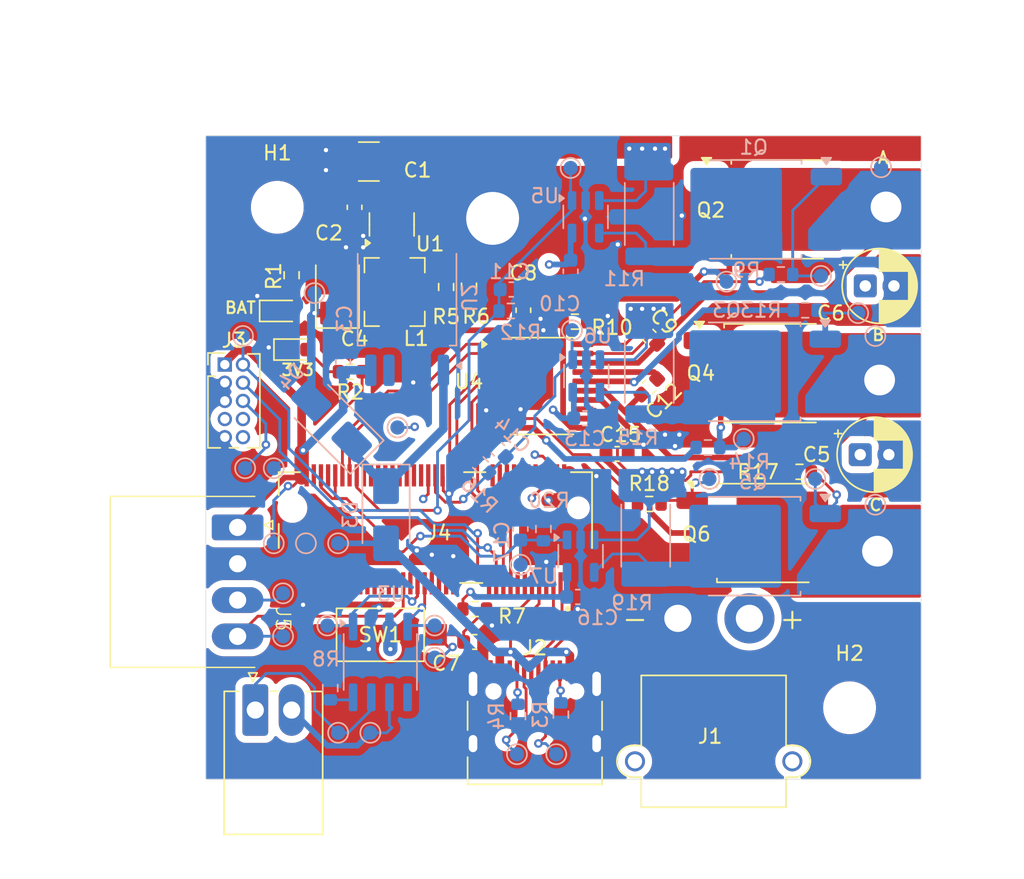
<source format=kicad_pcb>
(kicad_pcb (version 20241229) (generator "pcbnew") (generator_version "9.0")
  (layers (0 "F.Cu" signal) (4 "In1.Cu" signal) (6 "In2.Cu" signal) (2 "B.Cu" signal) (13 "F.Paste" user) (15 "B.Paste" user) (5 "F.SilkS" user "F.Silkscreen") (7 "B.SilkS" user "B.Silkscreen") (1 "F.Mask" user) (3 "B.Mask" user) (25 "Edge.Cuts" user))
  (net 0 "")
  (net 1 "/Logic/A.BOOTSTRAP")
  (net 2 "Net-(U1-CB)")
  (net 3 "Net-(U1-SW)")
  (net 4 "/Logic/A.SOURCE")
  (net 5 "/Logic/B.BOOTSTRAP")
  (net 6 "/Logic/B.SOURCE")
  (net 7 "GND")
  (net 8 "+BATT")
  (net 9 "Net-(Q1-G)")
  (net 10 "Net-(Q2-G)")
  (net 11 "/Logic/SWDIO")
  (net 12 "Net-(Q3-G)")
  (net 13 "Net-(D1-A)")
  (net 14 "/Logic/INLC")
  (net 15 "/Logic/~{BOOT}")
  (net 16 "Net-(D2-A)")
  (net 17 "Net-(D3-K)")
  (net 18 "Net-(J2-CC2)")
  (net 19 "Net-(J2-CC1)")
  (net 21 "/Logic/INHC")
  (net 22 "/Logic/INLA")
  (net 23 "/Logic/SWDCK")
  (net 26 "/Logic/INHB")
  (net 27 "/Logic/INLB")
  (net 29 "+3V3")
  (net 30 "/Logic/SWO")
  (net 31 "/Logic/INHA")
  (net 32 "/Logic/QUADB")
  (net 34 "/Logic/C.BOOTSTRAP")
  (net 47 "/Logic/C.SOURCE")
  (net 53 "/Logic/USB.VUSB")
  (net 70 "/Logic/~{RESET}")
  (net 71 "/Logic/USB.D+")
  (net 72 "/Logic/USB.D-")
  (net 73 "/Logic/CANL")
  (net 74 "/Logic/CANH")
  (net 75 "/Logic/SENSE3")
  (net 76 "/Logic/SENSE2")
  (net 79 "/Logic/QUADA")
  (net 80 "Net-(Q4-G)")
  (net 81 "Net-(Q5-G)")
  (net 82 "Net-(Q5-D)")
  (net 84 "Net-(U3-Rs)")
  (net 85 "/Logic/CAN_TX")
  (net 86 "/Logic/CAN_RX")
  (net 87 "Net-(Q6-G)")
  (net 88 "/Logic/A.GATEH")
  (net 89 "/Logic/A.GATEL")
  (net 90 "/Logic/B.GATEH")
  (net 91 "/Logic/B.GATEL")
  (net 92 "/Logic/C.GATEH")
  (net 93 "Net-(U1-FB)")
  (net 94 "/Logic/C.GATEL")
  (net 95 "+12V")
  (net 96 "Net-(Q1-D)")
  (net 97 "Net-(Q3-D)")
  (net 98 "/Logic/SENSE1")
  (footprint "Package_TO_SOT_SMD:TO-252-2" (layer "F.Cu") (at 184.04 96.78)
    (property "Reference" "Q6")
    (property "Value" "Q_NMOS_GDS")
  )
  (footprint "Resistor_SMD:R_0603_1608Metric" (layer "F.Cu") (at 161.8 79.575 -90)
    (property "Reference" "R5")
    (property "Value" "56k")
  )
  (footprint "Package_TO_SOT_SMD:SOT-23-6" (layer "F.Cu") (at 158 75.2 90)
    (property "Reference" "U1")
    (property "Value" "LMR51610YDBVR")
  )
  (footprint "LED_SMD:LED_0603_1608Metric" (layer "F.Cu") (at 151.25 83.95)
    (property "Reference" "D2" (hide yes))
    (property "Value" "RED")
  )
  (footprint "Resistor_SMD:R_0603_1608Metric" (layer "F.Cu") (at 170.8 82)
    (property "Reference" "R10")
    (property "Value" "10")
  )
  (footprint "Button_Switch_SMD:SW_SPST_CK_RS282G05A3" (layer "F.Cu") (at 157.2 103.9)
    (property "Reference" "SW1")
    (property "Value" "SW_Push")
  )
  (footprint "Resistor_SMD:R_0603_1608Metric" (layer "F.Cu") (at 163.8 102.1 180)
    (property "Reference" "R7")
    (property "Value" "10k")
  )
  (footprint "Connector_AMASS:AMASS_XT30PW-M_1x02_P2.50mm_Horizontal" (layer "F.Cu") (at 178 102.75 180)
    (property "Reference" "J1")
    (property "Value" "XT-30")
  )
  (footprint "LED_SMD:LED_0603_1608Metric" (layer "F.Cu") (at 150.25 81.25)
    (property "Reference" "D1" (hide yes))
    (property "Value" "BLUE")
  )
  (footprint "Capacitor_THT:CP_Radial_D5.0mm_P2.00mm" (layer "F.Cu") (at 190.744888 91.3)
    (property "Reference" "C5")
    (property "Value" "22uF")
  )
  (footprint "Capacitor_SMD:C_1210_3225Metric" (layer "F.Cu") (at 156.4 70.8)
    (property "Reference" "C1")
    (property "Value" "4.7uF")
  )
  (footprint "Resistor_SMD:R_0603_1608Metric" (layer "F.Cu") (at 151 78.75 -90)
    (property "Reference" "R1")
    (property "Value" "1.8k")
  )
  (footprint "Capacitor_SMD:C_0603_1608Metric" (layer "F.Cu") (at 176 83 -45)
    (property "Reference" "C9")
    (property "Value" "100nF")
  )
  (footprint "Capacitor_SMD:C_0603_1608Metric" (layer "F.Cu") (at 163.8 104.4)
    (property "Reference" "C7")
    (property "Value" "C")
  )
  (footprint "Capacitor_SMD:C_0603_1608Metric" (layer "F.Cu") (at 173.75 91.25 180)
    (property "Reference" "C15")
    (property "Value" "100nF")
  )
  (footprint "Resistor_SMD:R_0603_1608Metric" (layer "F.Cu") (at 155.1 85.5 180)
    (property "Reference" "R2")
    (property "Value" "68")
  )
  (footprint "Connector_Wire:SolderWire-1.5sqmm_1x01_D1.7mm_OD3.9mm" (layer "F.Cu") (at 192.1 86.08)
    (property "Reference" "J8" (hide yes))
    (property "Value" "MOTOR A")
  )
  (footprint "SJSU_common:micromod" (layer "F.Cu") (at 161.05 86.775)
    (property "Reference" "J4")
    (property "Value" "MicroMod" (hide yes))
  )
  (footprint "Package_TO_SOT_SMD:TO-252-2" (layer "F.Cu") (at 185.04 74.145)
    (property "Reference" "Q2")
    (property "Value" "Q_NMOS_GDS")
  )
  (footprint "Resistor_SMD:R_0603_1608Metric" (layer "F.Cu") (at 176 94.75)
    (property "Reference" "R18")
    (property "Value" "10")
  )
  (footprint "MountingHole:MountingHole_3.2mm_M3_DIN965" (layer "F.Cu") (at 150 74)
    (property "Reference" "H1")
    (property "Value" "MountingHole")
  )
  (footprint "Capacitor_SMD:C_0603_1608Metric" (layer "F.Cu") (at 155.4 74 -90)
    (property "Reference" "C2")
    (property "Value" "0.1uF")
  )
  (footprint "Connector_PinHeader_1.27mm:PinHeader_2x05_P1.27mm_Vertical" (layer "F.Cu") (at 146.33 85)
    (property "Reference" "J3")
    (property "Value" "Conn_ARM_JTAG_SWD_10")
  )
  (footprint "SJSU_common:Pluggable_Terminal_2.54mm_2P_Horizontal" (layer "F.Cu") (at 150.29 103.8625)
    (property "Reference" "J6" (hide yes))
    (property "Value" "Conn_01x02")
  )
  (footprint "Capacitor_SMD:C_0603_1608Metric_Pad1.08x0.95mm_HandSolder" (layer "F.Cu") (at 167.2 81.2 90)
    (property "Reference" "C8")
    (property "Value" "1uF")
  )
  (footprint "Connector_Wire:SolderWire-1.5sqmm_1x01_D1.7mm_OD3.9mm" (layer "F.Cu") (at 191.95 98.05)
    (property "Reference" "J9" (hide yes))
    (property "Value" "MOTOR A")
  )
  (footprint "MountingHole:MountingHole_3.2mm_M3_DIN965" (layer "F.Cu") (at 190 109)
    (property "Reference" "H2")
    (property "Value" "MountingHole")
  )
  (footprint "SJSU_common:Pluggable_Terminal_2.54mm_4P_Horizontal" (layer "F.Cu") (at 150.675 100.42 -90)
    (property "Reference" "J5")
    (property "Value" "Quadrature")
  )
  (footprint "Resistor_SMD:R_0603_1608Metric" (layer "F.Cu") (at 163.4 79.55 90)
    (property "Reference" "R6")
    (property "Value" "3.9k")
  )
  (footprint "Package_TO_SOT_SMD:TO-252-2" (layer "F.Cu") (at 184.54 85.6025)
    (property "Reference" "Q4")
    (property "Value" "Q_NMOS_GDS")
  )
  (footprint "Inductor_SMD:L_Bourns-SRN4018" (layer "F.Cu") (at 158.2 79.925 -90)
    (property "Reference" "L1")
    (property "Value" "15uH")
  )
  (footprint "Connector_Wire:SolderWire-1.5sqmm_1x01_D1.7mm_OD3.9mm" (layer "F.Cu") (at 192.55 73.975)
    (property "Reference" "J7" (hide yes))
    (property "Value" "MOTOR A")
  )
  (footprint "Connector_USB:USB_C_Receptacle_HRO_TYPE-C-31-M-12" (layer "F.Cu") (at 168 110.46)
    (property "Reference" "J2")
    (property "Value" "USB_C_Receptacle_USB2.0_16P")
  )
  (footprint "Capacitor_SMD:C_0603_1608Metric" (layer "F.Cu") (at 176 86.55 -135)
    (property "Reference" "C12")
    (property "Value" "100nF")
  )
  (footprint "Resistor_SMD:R_0603_1608Metric" (layer "F.Cu") (at 186.5 92.5)
    (property "Reference" "R17")
    (property "Value" "10")
  )
  (footprint "Package_SO:TSSOP-20_4.4x6.5mm_P0.65mm" (layer "F.Cu") (at 168.5 86.5)
    (property "Reference" "U4")
    (property "Value" "DRV8300DPW")
  )
  (footprint "Capacitor_THT:CP_Radial_D5.0mm_P2.00mm" (layer "F.Cu") (at 191.1 79.5)
    (property "Reference" "C6")
    (property "Value" "22uF")
  )
  (footprint "Capacitor_Tantalum_SMD:CP_EIA-3528-12_Kemet-T_HandSolder" (layer "F.Cu") (at 154.2 79.8 90)
    (property "Reference" "C4")
    (property "Value" "22uF")
  )
  (footprint "Resistor_SMD:R_0603_1608Metric" (layer "B.Cu") (at 166.325 81.25 180)
    (property "Reference" "R12")
    (property "Value" "82k")
  )
  (footprint "TestPoint:TestPoint_Pad_D1.0mm" (layer "B.Cu") (at 150.4 104)
    (property "Reference" "TP29" (hide yes))
    (property "Value" "TestPoint")
  )
  (footprint "TestPoint:TestPoint_Pad_D1.0mm" (layer "B.Cu") (at 158.4 89.4 180)
    (property "Reference" "TP7" (hide yes))
    (property "Value" "TestPoint")
  )
  (footprint "Resistor_SMD:R_2512_6332Metric" (layer "B.Cu") (at 175.75 96.9625 90)
    (property "Reference" "R19")
    (property "Value" "10m")
  )
  (footprint "TestPoint:TestPoint_Pad_D1.0mm" (layer "B.Cu") (at 169.5 112.25 180)
    (property "Reference" "TP3" (hide yes))
    (property "Value" "TestPoint")
  )
  (footprint "Capacitor_SMD:C_0603_1608Metric" (layer "B.Cu") (at 165.416637 90.916637 135)
    (property "Reference" "C14")
    (property "Value" "TBD")
  )
  (footprint "Resistor_SMD:R_0603_1608Metric" (layer "B.Cu") (at 169.82 109.485 -90)
    (property "Reference" "R3")
    (property "Value" "5.1k")
  )
  (footprint "TestPoint:TestPoint_Pad_D1.0mm" (layer "B.Cu") (at 181.4 79.2)
    (property "Reference" "TP17" (hide yes))
    (property "Value" "TestPoint" (hide yes))
  )
  (footprint "TestPoint:TestPoint_Pad_D1.0mm" (layer "B.Cu") (at 180.2 93)
    (property "Reference" "TP25" (hide yes))
    (property "Value" "TestPoint" (hide yes))
  )
  (footprint "Capacitor_SMD:C_0603_1608Metric" (layer "B.Cu") (at 167 96.5 90)
    (property "Reference" "C17")
    (property "Value" "TBD")
  )
  (footprint "TestPoint:TestPoint_Pad_D1.0mm" (layer "B.Cu") (at 152.6 80 180)
    (property "Reference" "TP5" (hide yes))
    (property "Value" "TestPoint")
  )
  (footprint "Resistor_SMD:R_0603_1608Metric" (layer "B.Cu") (at 153.7 107.625 -90)
    (property "Reference" "R8")
    (property "Value" "100")
  )
  (footprint "Capacitor_SMD:C_0603_1608Metric" (layer "B.Cu") (at 171 101.25)
    (property "Reference" "C16")
    (property "Value" "0.1uF")
  )
  (footprint "Package_TO_SOT_SMD:SOT-23-5" (layer "B.Cu") (at 171.6 85.8 -90)
    (property "Reference" "U6")
    (property "Value" "INA169")
  )
  (footprint "Resistor_SMD:R_0603_1608Metric" (layer "B.Cu") (at 164.2 92 -45)
    (property "Reference" "R16")
    (property "Value" "82k")
  )
  (footprint "Capacitor_SMD:C_0603_1608Metric" (layer "B.Cu") (at 171.5 88.75)
    (property "Reference" "C13")
    (property "Value" "0.1uF")
  )
  (footprint "TestPoint:TestPoint_Pad_D1.0mm" (layer "B.Cu") (at 150.4 101)
    (property "Reference" "TP28" (hide yes))
    (property "Value" "TestPoint")
  )
  (footprint "TestPoint:TestPoint_Pad_D1.0mm" (layer "B.Cu") (at 147.6 83 180)
    (property "Reference" "TP13" (hide yes))
    (property "Value" "TestPoint")
  )
  (footprint "Resistor_SMD:R_0603_1608Metric" (layer "B.Cu") (at 180.1 90.8)
    (property "Reference" "R14")
    (property "Value" "10")
  )
  (footprint "Package_TO_SOT_SMD:TO-252-2" (layer "B.Cu") (at 183.26 85.5025 180)
    (property "Reference" "Q3")
    (property "Value" "Q_NMOS_GDS")
  )
  (footprint "Resistor_SMD:R_0603_1608Metric" (layer "B.Cu") (at 168.6 96.5 -90)
    (property "Reference" "R20")
    (property "Value" "82k")
  )
  (footprint "Resistor_SMD:R_0603_1608Metric" (layer "B.Cu") (at 166.82 109.585 -90)
    (property "Reference" "R4")
    (property "Value" "5.1k")
  )
  (footprint "Diode_SMD:D_SMA" (layer "B.Cu") (at 153.785786 88.985786 135)
    (property "Reference" "D4")
    (property "Value" "D")
  )
  (footprint "Resistor_SMD:R_2512_6332Metric" (layer "B.Cu") (at 176 74.47 90)
    (property "Reference" "R11")
    (property "Value" "10m")
  )
  (footprint "TestPoint:TestPoint_Pad_D1.0mm" (layer "B.Cu") (at 187.6 93)
    (property "Reference" "TP24" (hide yes))
    (property "Value" "TestPoint" (hide yes))
  )
  (footprint "TestPoint:TestPoint_Pad_D1.0mm" (layer "B.Cu") (at 153.5 103.25 180)
    (property "Reference" "TP11" (hide yes))
    (property "Value" "TestPoint")
  )
  (footprint "TestPoint:TestPoint_Pad_D1.0mm" (layer "B.Cu") (at 154.25 110.75 180)
    (property "Reference" "TP10" (hide yes))
    (property "Value" "TestPoint")
  )
  (footprint "TestPoint:TestPoint_Pad_D1.0mm" (layer "B.Cu") (at 152 97.5 180)
    (property "Reference" "TP1" (hide yes))
    (property "Value" "TestPoint")
  )
  (footprint "Package_TO_SOT_SMD:TO-252-2" (layer "B.Cu") (at 183.26 97.7025 180)
    (property "Reference" "Q5")
    (property "Value" "Q_NMOS_GDS")
  )
  (footprint "TestPoint:TestPoint_Pad_D1.0mm" (layer "B.Cu") (at 147.75 92.25 180)
    (property "Reference" "TP9" (hide yes))
    (property "Value" "TestPoint")
  )
  (footprint "TestPoint:TestPoint_Pad_D1.0mm" (layer "B.Cu") (at 170.6 82.6 180)
    (property "Reference" "TP23" (hide yes))
    (property "Value" "TestPoint")
  )
  (footprint "TestPoint:TestPoint_Pad_D1.0mm" (layer "B.Cu") (at 161 103.25 180)
    (property "Reference" "TP15" (hide yes))
    (property "Value" "TestPoint")
  )
  (footprint "TestPoint:TestPoint_Pad_D1.0mm" (layer "B.Cu") (at 170.5 71.25 180)
    (property "Reference" "TP19" (hide yes))
    (property "Value" "TestPoint")
  )
  (footprint "TestPoint:TestPoint_Pad_D1.0mm" (layer "B.Cu") (at 166.75 112.25 180)
    (property "Reference" "TP4" (hide yes))
    (property "Value" "TestPoint")
  )
  (footprint "Package_SO:SOIC-8_3.9x4.9mm_P1.27mm" (layer "B.Cu") (at 157.2 105.8 -90)
    (property "Reference" "U3")
    (property "Value" "SN65HVD230")
  )
  (footprint "Capacitor_SMD:C_0603_1608Metric" (layer "B.Cu") (at 170.5 78.475 -90)
    (property "Reference" "C10")
    (property "Value" "0.1uF")
  )
  (footprint "Resistor_SMD:R_0603_1608Metric" (layer "B.Cu") (at 186.9 81.2)
    (property "Reference" "R13")
    (property "Value" "10")
  )
  (footprint "TestPoint:TestPoint_Pad_D1.0mm" (layer "B.Cu") (at 192.2 71.2)
    (property "Reference" "TP18" (hide yes))
    (property "Value" "TestPoint" (hide yes))
  )
  (footprint "SJSU_common:TO-252AD" (layer "B.Cu") (at 162.87 80.34 90)
    (property "Reference" "U2")
    (property "Value" "LF33CPT-TR" (hide yes))
  )
  (footprint "Diode_SMD:D_SMA" (layer "B.Cu") (at 157.6 95.5 -90)
    (property "Reference" "D3")
    (property "Value" "D")
  )
  (footprint "Package_TO_SOT_SMD:TO-252-2" (layer "B.Cu") (at 183.335 74.145 180)
    (property "Reference" "Q1")
    (property "Value" "Q_NMOS_GDS")
  )
  (footprint "TestPoint:TestPoint_Pad_D1.0mm" (layer "B.Cu") (at 182.6 90.2)
    (property "Reference" "TP21" (hide yes))
    (property "Value" "TestPoint" (hide yes))
  )
  (footprint "TestPoint:TestPoint_Pad_D1.0mm" (layer "B.Cu") (at 191.8 83)
    (property "Reference" "TP22" (hide yes))
    (property "Value" "TestPoint" (hide yes))
  )
  (footprint "Resistor_SMD:R_2512_6332Metric" (layer "B.Cu") (at 176 85.5 90)
    (property "Reference" "R15")
    (property "Value" "10m")
  )
  (footprint "TestPoint:TestPoint_Pad_D1.0mm" (layer "B.Cu") (at 161 105.5 180)
    (property "Reference" "TP12" (hide yes))
    (property "Value" "TestPoint")
  )
  (footprint "TestPoint:TestPoint_Pad_D1.0mm" (layer "B.Cu") (at 156.5 110.75 180)
    (property "Reference" "TP14" (hide yes))
    (property "Value" "TestPoint")
  )
  (footprint "TestPoint:TestPoint_Pad_D1.0mm" (layer "B.Cu") (at 167 99 180)
    (property "Reference" "TP27" (hide yes))
    (property "Value" "TestPoint")
  )
  (footprint "TestPoint:TestPoint_Pad_D1.0mm" (layer "B.Cu") (at 154.25 97.5 180)
    (property "Reference" "TP2" (hide yes))
    (property "Value" "TestPoint")
  )
  (footprint "TestPoint:TestPoint_Pad_D1.0mm" (layer "B.Cu") (at 149.75 92.25 180)
    (property "Reference" "TP8" (hide yes))
    (property "Value" "TestPoint")
  )
  (footprint "Capacitor_SMD:C_0603_1608Metric" (layer "B.Cu") (at 154.6 84.8 90)
    (property "Reference" "C3")
    (property "Value" "2.2uF")
  )
  (footprint "TestPoint:TestPoint_Pad_D1.0mm" (layer "B.Cu") (at 149.75 97.5 180)
    (property "Reference" "TP6" (hide yes))
    (property "Value" "TestPoint")
  )
  (footprint "Package_TO_SOT_SMD:SOT-23-5" (layer "B.Cu") (at 171.55 74.67 -90)
    (property "Reference" "U5")
    (property "Value" "INA169")
  )
  (footprint "TestPoint:TestPoint_Pad_D1.0mm" (layer "B.Cu") (at 190.6 81.4)
    (property "Reference" "TP20" (hide yes))
    (property "Value" "TestPoint" (hide yes))
  )
  (footprint "TestPoint:TestPoint_Pad_D1.0mm" (layer "B.Cu") (at 188 78.8)
    (property "Reference" "TP16" (hide yes))
    (property "Value" "TestPoint" (hide yes))
  )
  (footprint "Package_TO_SOT_SMD:SOT-23-5" (layer "B.Cu") (at 171.2 98.4 -90)
    (property "Reference" "U7")
    (property "Value" "INA169")
  )
  (footprint "Capacitor_SMD:C_0603_1608Metric" (layer "B.Cu") (at 166.35 79.75)
    (property "Reference" "C11")
    (property "Value" "TBD")
  )
  (footprint "Resistor_SMD:R_0603_1608Metric" (layer "B.Cu") (at 185.2 78.7)
    (property "Reference" "R9")
    (property "Value" "10")
  )
  (footprint "TestPoint:TestPoint_Pad_D1.0mm" (layer "B.Cu") (at 191.8 94.8)
    (property "Reference" "TP26" (hide yes))
    (property "Value" "TestPoint" (hide yes))
  )
  (gr_rect (start 145 69) (end 195 114) (stroke (width 0.0381)) (fill no) (layer "Edge.Cuts"))
  (gr_text "B\n" (at 191.5 83.4 0) (layer "F.SilkS") (effects (font (size 0.8128 0.8128) (thickness 0.1524) (bold yes)) (justify left bottom)))
  (gr_text "3V3\n" (at 150.2 85.85 0) (layer "F.SilkS") (effects (font (size 0.8128 0.8128) (thickness 0.1524) (bold yes)) (justify left bottom)))
  (gr_text "BAT" (at 146.25 81.5 0) (layer "F.SilkS") (effects (font (size 0.8128 0.8128) (thickness 0.1524) (bold yes)) (justify left bottom)))
  (gr_text "C" (at 191.3 95.3 0) (layer "F.SilkS") (effects (font (size 0.8128 0.8128) (thickness 0.1524) (bold yes)) (justify left bottom)))
  (gr_text "A" (at 191.9 71 0) (layer "F.SilkS") (effects (font (size 0.8128 0.8128) (thickness 0.1524) (bold yes)) (justify left bottom)))
  (segment (start 174.328984 83.575) (end 171.3625 83.575) (width 0.2) (layer "F.Cu") (net 1))
  (segment (start 175.451992 82.451992) (end 174.328984 83.575) (width 0.2) (layer "F.Cu") (net 1))
  (segment (start 155.4 73.225) (end 156.2125 73.225) (width 0.2) (layer "F.Cu") (net 2))
  (segment (start 156.2125 73.225) (end 157.05 74.0625) (width 0.2) (layer "F.Cu") (net 2))
  (segment (start 158 75.675001) (end 157.350999 75.026) (width 0.2) (layer "F.Cu") (net 3))
  (segment (start 158 76.3375) (end 158 75.675001) (width 0.2) (layer "F.Cu") (net 3))
  (segment (start 155.651 75.026) (end 155.4 74.775) (width 0.2) (layer "F.Cu") (net 3))
  (segment (start 157.350999 75.026) (end 155.651 75.026) (width 0.2) (layer "F.Cu") (net 3))
  (segment (start 192 76.3) (end 192 75.5) (width 0.4) (layer "F.Cu") (net 4))
  (segment (start 188.3 80) (end 192 76.3) (width 0.4) (layer "F.Cu") (net 4))
  (segment (start 180.1 80) (end 188.3 80) (width 0.4) (layer "F.Cu") (net 4))
  (segment (start 175.225 84.875) (end 180.1 80) (width 0.4) (layer "F.Cu") (net 4))
  (segment (start 171.3625 84.875) (end 175.225 84.875) (width 0.4) (layer "F.Cu") (net 4))
  (segment (start 176.318502 85.525) (end 176.671751 85.878249) (width 0.4) (layer "F.Cu") (net 5))
  (segment (start 171.3625 85.525) (end 176.318502 85.525) (width 0.4) (layer "F.Cu") (net 5))
  (segment (start 177.5 91.5) (end 188.25407 91.5) (width 0.4) (layer "F.Cu") (net 6))
  (segment (start 171.3625 86.825) (end 172.825 86.825) (width 0.4) (layer "F.Cu") (net 6))
  (segment (start 172.825 86.825) (end 177.5 91.5) (width 0.4) (layer "F.Cu") (net 6))
  (segment (start 188.25407 91.5) (end 192.1 87.65407) (width 0.4) (layer "F.Cu") (net 6))
  (segment (start 175.328249 87.221751) (end 174.3 88.25) (width 0.4) (layer "F.Cu") (net 6))
  (segment (start 170.3 100.3) (end 170.3 101.4) (width 0.2) (layer "F.Cu") (net 7))
  (segment (start 164.675 88.125) (end 164.6 88.2) (width 0.2) (layer "F.Cu") (net 7))
  (segment (start 168.8 100.3) (end 168.8 98.8) (width 0.2) (layer "F.Cu") (net 7))
  (segment (start 151.8 100.3) (end 151.8 101.8) (width 0.2) (layer "F.Cu") (net 7))
  (segment (start 162 94.025) (end 161.80547 94.025) (width 0.2) (layer "F.Cu") (net 7))
  (segment (start 160.8 100.3) (end 160.8 98.3) (width 0.2) (layer "F.Cu") (net 7))
  (segment (start 161.80547 94.025) (end 161.6 93.81953) (width 0.2) (layer "F.Cu") (net 7))
  (segment (start 159.3 100.3) (end 159.3 98.45) (width 0.2) (layer "F.Cu") (net 7))
  (segment (start 167 88.125) (end 165.6375 88.125) (width 0.2) (layer "F.Cu") (net 7))
  (segment (start 159.3 98.45) (end 159.75 98) (width 0.2) (layer "F.Cu") (net 7))
  (segment (start 170.3 101.4) (end 171 102.1) (width 0.2) (layer "F.Cu") (net 7))
  (segment (start 161.6 93.81953) (end 161.6 92.8) (width 0.2) (layer "F.Cu") (net 7))
  (segment (start 165.6375 88.125) (end 164.675 88.125) (width 0.2) (layer "F.Cu") (net 7))
  (segment (start 162.3 100.3) (end 162.3 98.4) (width 0.2) (layer "F.Cu") (net 7))
  (via (at 165 103.25) (size 0.6) (drill 0.3) (layers "F.Cu" "B.Cu") (net 7))
  (via (at 177.1 89.9) (size 0.6) (drill 0.3) (layers "F.Cu" "B.Cu") (net 7))
  (via (at 168.6 82.6) (size 0.6) (drill 0.3) (layers "F.Cu" "B.Cu") (net 7))
  (via (at 173.1 81.6) (size 0.6) (drill 0.3) (layers "F.Cu" "B.Cu") (net 7))
  (via (at 149.4 83.8) (size 0.6) (drill 0.3) (layers "F.Cu" "B.Cu") (net 7))
  (via (at 172.3 92.8) (size 0.6) (drill 0.3) (layers "F.Cu" "B.Cu") (net 7))
  (via (at 148.6 80.2) (size 0.6) (drill 0.3) (layers "F.Cu" "B.Cu") (net 7))
  (via (at 162 94.025) (size 0.6) (drill 0.3) (layers "F.Cu" "B.Cu") (net 7))
  (via (at 156.4 104.9) (size 0.6) (drill 0.3) (layers "F.Cu" "B.Cu") (net 7))
  (via (at 154.8 76.8) (size 0.6) (drill 0.3) (layers "F.Cu" "B.Cu") (net 7))
  (via (at 177.8 90.7) (size 0.6) (drill 0.3) (layers "F.Cu" "B.Cu") (net 7))
  (via (at 168.8 98.8) (size 0.6) (drill 0.3) (layers "F.Cu" "B.Cu") (net 7))
  (via (at 175.6 90.6) (size 0.6) (drill 0.3) (layers "F.Cu" "B.Cu") (net 7))
  (via (at 153.4 71.4) (size 0.6) (drill 0.3) (layers "F.Cu" "B.Cu") (net 7))
  (via (at 156 76.8) (size 0.6) (drill 0.3) (layers "F.Cu" "B.Cu") (net 7))
  (via (at 159.5 86.25) (size 0.6) (drill 0.3) (layers "F.Cu" "B.Cu") (net 7))
  (via (at 164.6 88.2) (size 0.6) (drill 0.3) (layers "F.Cu" "B.Cu") (net 7))
  (via (at 159.75 98) (size 0.6) (drill 0.3) (layers "F.Cu" "B.Cu") (net 7))
  (via (at 172.5 82.75) (size 0.6) (drill 0.3) (layers "F.Cu" "B.Cu") (net 7))
  (via (at 156 76) (size 0.6) (drill 0.3) (layers "F.Cu" "B.Cu") (net 7))
  (via (at 173.8 76.6) (size 0.6) (drill 0.3) (layers "F.Cu" "B.Cu") (net 7))
  (via (at 167 88.125) (size 0.6) (drill 0.3) (layers "F.Cu" "B.Cu") (net 7))
  (via (at 178.1 89.9) (size 0.6) (drill 0.3) (layers "F.Cu" "B.Cu") (net 7))
  (via (at 157.1 102) (size 0.6) (drill 0.3) (layers "F.Cu" "B.Cu") (net 7))
  (via (at 162.3 98.4) (size 0.6) (drill 0.3) (layers "F.Cu" "B.Cu") (net 7))
  (via (at 160.8 98.3) (size 0.6) (drill 0.3) (layers "F.Cu" "B.Cu") (net 7))
  (via (at 153.4 70) (size 0.6) (drill 0.3) (layers "F.Cu" "B.Cu") (net 7))
  (via (at 168.4 81.8) (size 0.6) (drill 0.3) (layers "F.Cu" "B.Cu") (net 7))
  (via (at 151.8 101.8) (size 0.6) (drill 0.3) (layers "F.Cu" "B.Cu") (net 7))
  (via (at 178.273396 74.582254) (size 0.6) (drill 0.3) (layers "F.Cu" "B.Cu") (net 7))
  (via (at 171 102.1) (size 0.6) (drill 0.3) (layers "F.Cu" "B.Cu") (net 7))
  (via (at 171.5 74.8) (size 0.6) (drill 0.3) (layers "F.Cu" "B.Cu") (net 7))
  (segment (start 156.565 103.325) (end 156.565 104.735) (width 0.2) (layer "B.Cu") (net 7))
  (segment (start 156.565 104.735) (end 156.4 104.9) (width 0.2) (layer "B.Cu") (net 7))
  (segment (start 172.15 100.875) (end 171.775 101.25) (width 0.6) (layer "B.Cu") (net 7))
  (segment (start 151.425 105.7) (end 151.425 104.575) (width 0.2) (layer "B.Cu") (net 7))
  (segment (start 171.2 97.2625) (end 171.2 96.2) (width 0.2) (layer "B.Cu") (net 7))
  (segment (start 171.6 84.6625) (end 171.6 85.324999) (width 0.2) (layer "B.Cu") (net 7))
  (segment (start 153.4 73.8) (end 154.749 72.451) (width 0.2) (layer "F.Cu") (net 8))
  (segment (start 158 74.0625) (end 158 70.925) (width 0.6) (layer "F.Cu") (net 8))
  (segment (start 154.749 72.451) (end 156.224 72.451) (width 0.2) (layer "F.Cu") (net 8))
  (segment (start 158.95 75.366968) (end 158 74.416968) (width 0.2) (layer "F.Cu") (net 8))
  (segment (start 158.95 76.3375) (end 158.95 75.366968) (width 0.2) (layer "F.Cu") (net 8))
  (segment (start 153.4 75.525) (end 153.4 73.8) (width 0.2) (layer "F.Cu") (net 8))
  (segment (start 158 74.416968) (end 158 74.0625) (width 0.2) (layer "F.Cu") (net 8))
  (segment (start 158 70.925) (end 157.875 70.8) (width 0.6) (layer "F.Cu") (net 8))
  (segment (start 156.224 72.451) (end 157.875 70.8) (width 0.2) (layer "F.Cu") (net 8))
  (segment (start 151 77.925) (end 153.4 75.525) (width 0.2) (layer "F.Cu") (net 8))
  (via (at 176.3 81.1) (size 0.6) (drill 0.3) (layers "F.Cu" "B.Cu") (net 8))
  (via (at 177.1 69.9) (size 0.6) (drill 0.3) (layers "F.Cu" "B.Cu") (net 8))
  (via (at 176.9 92.5) (size 0.6) (drill 0.3) (layers "F.Cu" "B.Cu") (net 8))
  (via (at 176.2 92.5) (size 0.6) (drill 0.3) (layers "F.Cu" "B.Cu") (net 8))
  (via (at 175.5 81.1) (size 0.6) (drill 0.3) (layers "F.Cu" "B.Cu") (net 8))
  (via (at 178.3 92.5) (size 0.6) (drill 0.3) (layers "F.Cu" "B.Cu") (net 8))
  (via (at 174.7 81.1) (size 0.6) (drill 0.3) (layers "F.Cu" "B.Cu") (net 8))
  (via (at 174.6 69.9) (size 0.6) (drill 0.3) (layers "F.Cu" "B.Cu") (net 8))
  (via (at 175.5 69.9) (size 0.6) (drill 0.3) (layers "F.Cu" "B.Cu") (net 8))
  (via (at 177 81.1) (size 0.6) (drill 0.3) (layers "F.Cu" "B.Cu") (net 8))
  (via (at 177.6 92.5) (size 0.6) (drill 0.3) (layers "F.Cu" "B.Cu") (net 8))
  (via (at 175.5 92.5) (size 0.6) (drill 0.3) (layers "F.Cu" "B.Cu") (net 8))
  (via (at 176.4 69.9) (size 0.6) (drill 0.3) (layers "F.Cu" "B.Cu") (net 8))
  (segment (start 175.0175 70.525) (end 176 71.5075) (width 1) (layer "B.Cu") (net 8))
  (segment (start 172.5 73.5325) (end 175.0875 73.5325) (width 0.2) (layer "B.Cu") (net 8))
  (segment (start 175.8 83.8) (end 175.8 82.6375) (width 0.2) (layer "B.Cu") (net 8))
  (segment (start 176 96.4) (end 175.1375 97.2625) (width 0.2) (layer "B.Cu") (net 8))
  (segment (start 174.9375 84.6625) (end 175.8 83.8) (width 0.2) (layer "B.Cu") (net 8))
  (segment (start 172.55 84.6625) (end 174.9375 84.6625) (width 0.2) (layer "B.Cu") (net 8))
  (segment (start 175.75 72.87) (end 175.75 71.5075) (width 0.2) (layer "B.Cu") (net 8))
  (segment (start 175.75 94) (end 176 94.25) (width 0.2) (layer "B.Cu") (net 8))
  (segment (start 176 94.25) (end 176 96.4) (width 0.2) (layer "B.Cu") (net 8))
  (segment (start 175.0875 73.5325) (end 175.75 72.87) (width 0.2) (layer "B.Cu") (net 8))
  (segment (start 175.1375 97.2625) (end 172.15 97.2625) (width 0.2) (layer "B.Cu") (net 8))
  (segment (start 186.025 78.7) (end 186.3 78.7) (width 0.2) (layer "B.Cu") (net 9))
  (segment (start 186.025 74.215) (end 188.375 71.865) (width 0.2) (layer "B.Cu") (net 9))
  (segment (start 186.025 78.7) (end 186.025 74.215) (width 0.2) (layer "B.Cu") (net 9))
  (segment (start 186.3 78.7) (end 186.4 78.8) (width 0.2) (layer "B.Cu") (net 9))
  (segment (start 186.4 78.8) (end 188 78.8) (width 0.2) (layer "B.Cu") (net 9))
  (segment (start 181.6 78.5) (end 181.6 73.465) (width 0.4) (layer "F.Cu") (net 10))
  (segment (start 173.225 80.4) (end 177.92825 80.4) (width 0.4) (layer "F.Cu") (net 10))
  (segment (start 177.92825 80.4) (end 179.82825 78.5) (width 0.4) (layer "F.Cu") (net 10))
  (segment (start 179.82825 78.5) (end 181.6 78.5) (width 0.4) (layer "F.Cu") (net 10))
  (segment (start 171.625 82) (end 173.225 80.4) (width 0.4) (layer "F.Cu") (net 10))
  (segment (start 181.6 73.465) (end 180 71.865) (width 0.4) (layer "F.Cu") (net 10))
  (via (at 179.82825 78.5) (size 0.6) (drill 0.3) (layers "F.Cu" "B.Cu") (net 10))
  (segment (start 180.7 78.5) (end 181.4 79.2) (width 0.4) (layer "B.Cu") (net 10))
  (segment (start 179.82825 78.5) (end 180.7 78.5) (width 0.4) (layer "B.Cu") (net 10))
  (segment (start 164 99.5) (end 164 96.8) (width 0.2) (layer "F.Cu") (net 11))
  (segment (start 164.8 100.3) (end 164 99.5) (width 0.2) (layer "F.Cu") (net 11))
  (via (at 164 96.8) (size 0.6) (drill 0.3) (layers "F.Cu" "B.Cu") (net 11))
  (segment (start 160.998 96.198) (end 160.001 95.201) (width 0.2) (layer "B.Cu") (net 11))
  (segment (start 150.8 90.849942) (end 150.8 88.2) (width 0.2) (layer "B.Cu") (net 11))
  (segment (start 163.718571 96.8) (end 163.116571 96.198) (width 0.2) (layer "B.Cu") (net 11))
  (segment (start 164 96.8) (end 163.718571 96.8) (width 0.2) (layer "B.Cu") (net 11))
  (segment (start 155.151058 95.201) (end 150.8 90.849942) (width 0.2) (layer "B.Cu") (net 11))
  (segment (start 160.001 95.201) (end 155.151058 95.201) (width 0.2) (layer "B.Cu") (net 11))
  (segment (start 163.116571 96.198) (end 160.998 96.198) (width 0.2) (layer "B.Cu") (net 11))
  (segment (start 147.6 85) (end 147.6 83) (width 0.2) (layer "B.Cu") (net 11))
  (segment (start 150.8 88.2) (end 147.6 85) (width 0.2) (layer "B.Cu") (net 11))
  (segment (start 188.3 83.2225) (end 188.3 81.775) (width 0.4) (layer "B.Cu") (net 12))
  (segment (start 190.6 81.4) (end 187.925 81.4) (width 0.2) (layer "B.Cu") (net 12))
  (segment (start 188.3 81.775) (end 187.725 81.2) (width 0.4) (layer "B.Cu") (net 12))
  (segment (start 187.925 81.4) (end 187.725 81.2) (width 0.2) (layer "B.Cu") (net 12))
  (segment (start 151 81) (end 151 79.25) (width 0.2) (layer "F.Cu") (net 13))
  (segment (start 164.975 86.825) (end 164 87.8) (width 0.2) (layer "F.Cu") (net 14))
  (segment (start 164 93.8) (end 166.3 96.1) (width 0.2) (layer "F.Cu") (net 14))
  (segment (start 165.6375 86.825) (end 164.975 86.825) (width 0.2) (layer "F.Cu") (net 14))
  (segment (start 166.3 96.1) (end 166.3 100.3) (width 0.2) (layer "F.Cu") (net 14))
  (segment (start 164 87.8) (end 164 93.8) (width 0.2) (layer "F.Cu") (net 14))
  (segment (start 161.95 104.75) (end 161.1 103.9) (width 0.2) (layer "F.Cu") (net 15))
  (segment (start 163.025 103.7) (end 164.625 102.1) (width 0.2) (layer "F.Cu") (net 15))
  (segment (start 162.525 103.9) (end 163.025 104.4) (width 0.2) (layer "F.Cu") (net 15))
  (segment (start 161.1 103.9) (end 162.525 103.9) (width 0.2) (layer "F.Cu") (net 15))
  (segment (start 162.25 104.75) (end 161.95 104.75) (width 0.2) (layer "F.Cu") (net 15))
  (segment (start 167.8 101.236708) (end 167.8 100.3) (width 0.2) (layer "F.Cu") (net 15))
  (segment (start 166.936708 102.1) (end 167.8 101.236708) (width 0.2) (layer "F.Cu") (net 15))
  (segment (start 163.025 104.4) (end 163.025 103.7) (width 0.2) (layer "F.Cu") (net 15))
  (segment (start 164.625 102.1) (end 166.936708 102.1) (width 0.2) (layer "F.Cu") (net 15))
  (via (at 162.25 104.75) (size 0.6) (drill 0.3) (layers "F.Cu" "B.Cu") (net 15))
  (segment (start 161.5 105.5) (end 162.25 104.75) (width 0.2) (layer "B.Cu") (net 15))
  (segment (start 161 105.5) (end 161.5 105.5) (width 0.2) (layer "B.Cu") (net 15))
  (segment (start 153.5875 85.5) (end 152.0375 83.95) (width 0.2) (layer "F.Cu") (net 16))
  (segment (start 154.275 85.5) (end 153.5875 85.5) (width 0.2) (layer "F.Cu") (net 16))
  (segment (start 161.61 89.49) (end 161.61 85.4) (width 0.6) (layer "B.Cu") (net 17))
  (segment (start 157.6 93.5) (end 161.61 89.49) (width 0.6) (layer "B.Cu") (net 17))
  (segment (start 155.2 91.1) (end 157.6 93.5) (width 0.6) (layer "B.Cu") (net 17))
  (segment (start 155.2 90.4) (end 155.2 91.1) (width 0.6) (layer "B.Cu") (net 17))
  (segment (start 169.75 106.415) (end 169.75 107.75) (width 0.2) (layer "F.Cu") (net 18))
  (segment (start 169.75 107.75) (end 169.8 107.8) (width 0.2) (layer "F.Cu") (net 18))
  (via (at 169.8 107.8) (size 0.6) (drill 0.3) (layers "F.Cu" "B.Cu") (net 18))
  (segment (start 169.8 107.8) (end 169.8 108.64) (width 0.2) (layer "B.Cu") (net 18))
  (segment (start 166.75 106.415) (end 166.75 107.892145) (width 0.2) (layer "F.Cu") (net 19))
  (segment (start 166.75 107.892145) (end 166.790903 107.933048) (width 0.2) (layer "F.Cu") (net 19))
  (via (at 166.790903 107.933048) (size 0.6) (drill 0.3) (layers "F.Cu" "B.Cu") (net 19))
  (segment (start 166.790903 107.933048) (end 166.790903 108.730903) (width 0.2) (layer "B.Cu") (net 19))
  (segment (start 164.98013 84.875) (end 162.05 87.80513) (width 0.2) (layer "F.Cu") (net 21))
  (segment (start 162.05 87.80513) (end 162.05 92.75) (width 0.2) (layer "F.Cu") (net 21))
  (segment (start 165.6375 84.875) (end 164.98013 84.875) (width 0.2) (layer "F.Cu") (net 21))
  (segment (start 162.55 92.75) (end 162.55 87.875001) (width 0.2) (layer "F.Cu") (net 22))
  (segment (start 164.900001 85.525) (end 165.6375 85.525) (width 0.2) (layer "F.Cu") (net 22))
  (segment (start 162.55 87.875001) (end 164.900001 85.525) (width 0.2) (layer "F.Cu") (net 22))
  (segment (start 165.3 98.4) (end 165.3 100.3) (width 0.2) (layer "F.Cu") (net 23))
  (segment (start 164.7 97.8) (end 165.3 98.4) (width 0.2) (layer "F.Cu") (net 23))
  (via (at 164.7 97.8) (size 0.6) (drill 0.3) (layers "F.Cu" "B.Cu") (net 23))
  (segment (start 162.950471 96.599) (end 160.699 96.599) (width 0.2) (layer "B.Cu") (net 23))
  (segment (start 159.8 95.7) (end 154.802944 95.7) (width 0.2) (layer "B.Cu") (net 23))
  (segment (start 160.699 96.599) (end 159.8 95.7) (width 0.2) (layer "B.Cu") (net 23))
  (segment (start 150.801472 91.698528) (end 150.173654 91.07071) (width 0.2) (layer "B.Cu") (net 23))
  (segment (start 147.6 86.27) (end 150.173654 88.843654) (width 0.2) (layer "B.Cu") (net 23))
  (segment (start 154.802944 95.7) (end 150.801472 91.698528) (width 0.2) (layer "B.Cu") (net 23))
  (segment (start 149.75 92.25) (end 150.301472 91.698528) (width 0.2) (layer "B.Cu") (net 23))
  (segment (start 164.7 97.8) (end 164.151471 97.8) (width 0.2) (layer "B.Cu") (net 23))
  (segment (start 150.173654 88.843654) (end 150.173654 91.07071) (width 0.2) (layer "B.Cu") (net 23))
  (segment (start 164.151471 97.8) (end 162.950471 96.599) (width 0.2) (layer "B.Cu") (net 23))
  (segment (start 150.301472 91.698528) (end 150.801472 91.698528) (width 0.2) (layer "B.Cu") (net 23))
  (segment (start 163.375 84.225) (end 165.6375 84.225) (width 0.2) (layer "F.Cu") (net 26))
  (segment (start 160.348 87.252) (end 163.375 84.225) (width 0.2) (layer "F.Cu") (net 26))
  (segment (start 157.9151 87.252) (end 160.348 87.252) (width 0.2) (layer "F.Cu") (net 26))
  (segment (start 155.05 92.75) (end 155.05 90.1171) (width 0.2) (layer "F.Cu") (net 26))
  (segment (start 155.05 90.1171) (end 157.9151 87.252) (width 0.2) (layer "F.Cu") (net 26))
  (segment (start 165.8 96.1671) (end 165.8 100.3) (width 0.2) (layer "F.Cu") (net 27))
  (segment (start 165.6375 86.175) (end 164.900001 86.175) (width 0.2) (layer "F.Cu") (net 27))
  (segment (start 164.599 86.6339) (end 163.6 87.6329) (width 0.2) (layer "F.Cu") (net 27))
  (segment (start 165 86.274999) (end 165 86.324) (width 0.2) (layer "F.Cu") (net 27))
  (segment (start 164.900001 86.175) (end 165 86.274999) (width 0.2) (layer "F.Cu") (net 27))
  (segment (start 164.599 86.55613) (end 164.599 86.6339) (width 0.2) (layer "F.Cu") (net 27))
  (segment (start 165 86.324) (end 164.83113 86.324) (width 0.2) (layer "F.Cu") (net 27))
  (segment (start 164.83113 86.324) (end 164.599 86.55613) (width 0.2) (layer "F.Cu") (net 27))
  (segment (start 163.6 87.6329) (end 163.6 93.9671) (width 0.2) (layer "F.Cu") (net 27))
  (segment (start 163.6 93.9671) (end 165.8 96.1671) (width 0.2) (layer "F.Cu") (net 27))
  (segment (start 162.975 102.1) (end 162.975 101.425) (width 0.2) (layer "F.Cu") (net 29))
  (segment (start 146.33 84.854372) (end 147.185372 83.999) (width 0.6) (layer "F.Cu") (net 29))
  (segment (start 151.7 91.1) (end 151.7 92.9) (width 1) (layer "F.Cu") (net 29))
  (segment (start 147.185372 83.999) (end 148.014628 83.999) (width 0.6) (layer "F.Cu") (net 29))
  (segment (start 147 96.42) (end 150.52 92.9) (width 0.4) (layer "F.Cu") (net 29))
  (segment (start 170.4 93.802394) (end 170.4 92.6) (width 1) (layer "F.Cu") (net 29))
  (segment (start 155.925 85.5) (end 155.925 86.875) (width 0.2) (layer "F.Cu") (net 29))
  (segment (start 168.95 94.5) (end 169.702394 94.5) (width 1) (layer "F.Cu") (net 29))
  (segment (start 151.7 91.1) (end 155.925 86.875) (width 0.2) (layer "F.Cu") (net 29))
  (segment (start 146.33 85) (end 146.33 84.854372) (width 0.6) (layer "F.Cu") (net 29))
  (segment (start 151.7 87.684372) (end 151.7 91.1) (width 0.6) (layer "F.Cu") (net 29))
  (segment (start 169.702394 94.5) (end 170.4 93.802394) (width 1) (layer "F.Cu") (net 29))
  (segment (start 148.014628 83.999) (end 151.7 87.684372) (width 0.6) (layer "F.Cu") (net 29))
  (segment (start 150.75 93.5) (end 151.1 93.5) (width 0.2) (layer "F.Cu") (net 29))
  (segment (start 162.975 101.425) (end 163.5 100.9) (width 0.2) (layer "F.Cu") (net 29))
  (segment (start 151.1 93.5) (end 151.7 92.9) (width 0.2) (layer "F.Cu") (net 29))
  (segment (start 150.52 92.9) (end 151.7 92.9) (width 0.4) (layer "F.Cu") (net 29))
  (via (at 150.75 93.5) (size 0.6) (drill 0.3) (layers "F.Cu" "B.Cu") (net 29))
  (via (at 151.8 91) (size 0.6) (drill 0.3) (layers "F.Cu" "B.Cu") (net 29))
  (via (at 157.9 104.9) (size 0.6) (drill 0.3) (layers "F.Cu" "B.Cu") (net 29))
  (via (at 169.275 88.164253) (size 0.6) (drill 0.3) (layers "F.Cu" "B.Cu") (net 29))
  (via (at 169 78) (size 0.6) (drill 0.3) (layers "F.Cu" "B.Cu") (net 29))
  (via (at 168.95 94.5) (size 0.6) (drill 0.3) (layers "F.Cu" "B.Cu") (net 29))
  (via (at 163.5 100.9) (size 0.6) (drill 0.3) (layers "F.Cu" "B.Cu") (net 29))
  (segment (start 169.860747 88.75) (end 169.275 88.164253) (width 0.4) (layer "B.Cu") (net 29))
  (segment (start 157.9 103.39) (end 157.835 103.325) (width 1) (layer "B.Cu") (net 29))
  (segment (start 149.75 97.5) (end 149.75 94.5) (width 0.2) (layer "B.Cu") (net 29))
  (segment (start 169 78) (end 170.2 78) (width 0.4) (layer "B.Cu") (net 29))
  (segment (start 154.6 85.575) (end 154.6 88.2) (width 0.6) (layer "B.Cu") (net 29))
  (segment (start 170.5 75.9075) (end 170.6 75.8075) (width 0.4) (layer "B.Cu") (net 29))
  (segment (start 149.75 94.5) (end 150.75 93.5) (width 0.2) (layer "B.Cu") (net 29))
  (segment (start 156.53 85.4) (end 154.775 85.4) (width 0.6) (layer "B.Cu") (net 29))
  (segment (start 154.775 85.4) (end 154.6 85.575) (width 0.6) (layer "B.Cu") (net 29))
  (segment (start 157.9 104.9) (end 157.9 103.39) (width 1) (layer "B.Cu") (net 29))
  (segment (start 154.6 88.2) (end 151.8 91) (width 0.6) (layer "B.Cu") (net 29))
  (segment (start 170.725 88.75) (end 170.725 87.0125) (width 0.4) (layer "B.Cu") (net 29))
  (segment (start 170.225 101.25) (end 163.85 101.25) (width 0.4) (layer "B.Cu") (net 29))
  (segment (start 163.85 101.25) (end 163.5 100.9) (width 0.4) (layer "B.Cu") (net 29))
  (segment (start 170.5 77.7) (end 170.5 75.9075) (width 0.4) (layer "B.Cu") (net 29))
  (segment (start 170.225 99.5625) (end 170.25 99.5375) (width 0.4) (layer "B.Cu") (net 29))
  (segment (start 170.225 101.25) (end 170.225 99.5625) (width 0.4) (layer "B.Cu") (net 29))
  (segment (start 170.725 88.75) (end 169.860747 88.75) (width 0.4) (layer "B.Cu") (net 29))
  (segment (start 170.725 87.0125) (end 170.65 86.9375) (width 0.4) (layer "B.Cu") (net 29))
  (segment (start 170.2 78) (end 170.5 77.7) (width 0.4) (layer "B.Cu") (net 29))
  (segment (start 168.55 93.586708) (end 168.55 92.75) (width 0.2) (layer "F.Cu") (net 30))
  (segment (start 167.793609 94.343099) (end 168.55 93.586708) (width 0.2) (layer "F.Cu") (net 30))
  (via (at 167.793609 94.343099) (size 0.6) (drill 0.3) (layers "F.Cu" "B.Cu") (net 30))
  (via (at 149.2 90.6) (size 0.6) (drill 0.3) (layers "F.Cu" "B.Cu") (net 30))
  (segment (start 147.75 92.25) (end 149.2 90.8) (width 0.2) (layer "B.Cu") (net 30))
  (segment (start 147.6 87.54) (end 149.2 89.14) (width 0.2) (layer "B.Cu") (net 30))
  (segment (start 149.2 90.8) (end 149.2 90.6) (width 0.2) (layer "B.Cu") (net 30))
  (segment (start 149.2 89.14) (end 149.2 90.6) (width 0.2) (layer "B.Cu") (net 30))
  (segment (start 157.749 86.851) (end 159.949 86.851) (width 0.2) (layer "F.Cu") (net 31))
  (segment (start 159.949 86.851) (end 163.225 83.575) (width 0.2) (layer "F.Cu") (net 31))
  (segment (start 154.55 90.05) (end 157.749 86.851) (width 0.2) (layer "F.Cu") (net 31))
  (segment (start 154.55 92.75) (end 154.55 90.05) (width 0.2) (layer "F.Cu") (net 31))
  (segment (start 163.225 83.575) (end 165.6375 83.575) (width 0.2) (layer "F.Cu") (net 31))
  (segment (start 158.2 102.6) (end 158.8 102) (width 0.2) (layer "F.Cu") (net 32))
  (segment (start 147.225 104.01) (end 148.635 102.6) (width 0.2) (layer "F.Cu") (net 32))
  (segment (start 148.635 102.6) (end 158.2 102.6) (width 0.2) (layer "F.Cu") (net 32))
  (segment (start 158.8 102) (end 158.8 100.3) (width 0.2) (layer "F.Cu") (net 32))
  (segment (start 147.235 104) (end 147.225 104.01) (width 0.2) (layer "B.Cu") (net 32))
  (segment (start 150.4 104) (end 147.235 104) (width 0.2) (layer "B.Cu") (net 32))
  (segment (start 171.3625 87.475) (end 172.626472 87.475) (width 0.4) (layer "F.Cu") (net 34))
  (segment (start 174.525 89.373528) (end 174.525 91.25) (width 0.4) (layer "F.Cu") (net 34))
  (segment (start 172.626472 87.475) (end 174.525 89.373528) (width 0.4) (layer "F.Cu") (net 34))
  (segment (start 172.975 91.682106) (end 175.167894 93.875) (width 0.4) (layer "F.Cu") (net 47))
  (segment (start 172.975 91.25) (end 172.975 91.725) (width 0.4) (layer "F.Cu") (net 47))
  (segment (start 171.3625 88.775) (end 172.159878 88.775) (width 0.4) (layer "F.Cu") (net 47))
  (segment (start 175.167894 93.875) (end 175.67907 93.875) (width 0.4) (layer "F.Cu") (net 47))
  (segment (start 172.975 91.25) (end 172.975 91.682106) (width 0.4) (layer "F.Cu") (net 47))
  (segment (start 175.67907 93.875) (end 176.025 94.22093) (width 0.4) (layer "F.Cu") (net 47))
  (segment (start 176.025 94.22093) (end 176.025 95.27907) (width 0.4) (layer "F.Cu") (net 47))
  (segment (start 172.159878 88.775) (end 172.975 89.590122) (width 0.4) (layer "F.Cu") (net 47))
  (segment (start 172.975 89.590122) (end 172.975 91.25) (width 0.4) (layer "F.Cu") (net 47))
  (segment (start 176.025 95.27907) (end 177.52593 96.78) (width 0.4) (layer "F.Cu") (net 47))
  (segment (start 177.52593 96.78) (end 185.3 96.78) (width 0.4) (layer "F.Cu") (net 47))
  (segment (start 165.55 106.415) (end 165.55 105.24) (width 0.6) (layer "F.Cu") (net 53))
  (segment (start 166.3 103.734314) (end 166.3 105.1) (width 0.2) (layer "F.Cu") (net 53))
  (segment (start 168.3 101.734314) (end 166.3 103.734314) (width 0.2) (layer "F.Cu") (net 53))
  (segment (start 170.45 105.35) (end 170.2 105.1) (width 0.6) (layer "F.Cu") (net 53))
  (segment (start 168.3 100.3) (end 168.3 101.734314) (width 0.2) (layer "F.Cu") (net 53))
  (segment (start 165.55 105.24) (end 165.69 105.1) (width 0.6) (layer "F.Cu") (net 53))
  (segment (start 165.69 105.1) (end 166.3 105.1) (width 0.6) (layer "F.Cu") (net 53))
  (segment (start 170.45 106.415) (end 170.45 105.35) (width 0.6) (layer "F.Cu") (net 53))
  (via (at 166.3 105.1) (size 0.6) (drill 0.3) (layers "F.Cu" "B.Cu") (net 53))
  (via (at 170.2 105.1) (size 0.6) (drill 0.3) (layers "F.Cu" "B.Cu") (net 53))
  (segment (start 165.251471 105.1) (end 166.3 105.1) (width 0.6) (layer "B.Cu") (net 53))
  (segment (start 157.25 97.500001) (end 157.651472 97.500001) (width 0.2) (layer "B.Cu") (net 53))
  (segment (start 157.249999 97.5) (end 157.25 97.500001) (width 0.4) (layer "B.Cu") (net 53))
  (segment (start 168.7 105.1) (end 167.6 106.2) (width 0.6) (layer "B.Cu") (net 53))
  (segment (start 157.651472 97.500001) (end 165.251471 105.1) (width 0.6) (layer "B.Cu") (net 53))
  (segment (start 166.5 105.1) (end 167.6 106.2) (width 0.6) (layer "B.Cu") (net 53))
  (segment (start 170.2 105.1) (end 168.7 105.1) (width 0.6) (layer "B.Cu") (net 53))
  (segment (start 154.25 97.5) (end 157.249999 97.5) (width 0.4) (layer "B.Cu") (net 53))
  (segment (start 166.3 105.1) (end 166.5 105.1) (width 0.6) (layer "B.Cu") (net 53))
  (segment (start 168.536708 91.4) (end 169.05 91.913292) (width 0.2) (layer "F.Cu") (net 70))
  (segment (start 168 91.3) (end 168.1 91.4) (width 0.2) (layer "F.Cu") (net 70))
  (segment (start 169.05 91.913292) (end 169.05 92.75) (width 0.2) (layer "F.Cu") (net 70))
  (segment (start 168.1 91.4) (end 168.536708 91.4) (width 0.2) (layer "F.Cu") (net 70))
  (via (at 168 91.3) (size 0.6) (drill 0.3) (layers "F.Cu" "B.Cu") (net 70))
  (via (at 159.6 89.35) (size 0.6) (drill 0.3) (layers "F.Cu" "B.Cu") (net 70))
  (segment (start 158.4 89.4) (end 159.55 89.4) (width 0.2) (layer "B.Cu") (net 70))
  (segment (start 159.55 89.4) (end 159.6 89.35) (width 0.2) (layer "B.Cu") (net 70))
  (segment (start 169.9 104.29) (end 169.9 101.236708) (width 0.2) (layer "F.Cu") (net 71))
  (segment (start 168.75 107.39) (end 168.75 106.415) (width 0.2) (layer "F.Cu") (net 71))
  (segment (start 167.75 106.415) (end 167.75 107.39) (width 0.2) (layer "F.Cu") (net 71))
  (segment (start 168.75 111) (end 168.25 111.5) (width 0.2) (layer "F.Cu") (net 71))
  (segment (start 168.7 107.44) (end 168.75 107.39) (width 0.2) (layer "F.Cu") (net 71))
  (segment (start 167.75 107.39) (end 167.8 107.44) (width 0.2) (layer "F.Cu") (net 71))
  (segment (start 169.8 101.136708) (end 169.8 100.3) (width 0.2) (layer "F.Cu") (net 71))
  (segment (start 169.9 101.236708) (end 169.8 101.136708) (width 0.2) (layer "F.Cu") (net 71))
  (segment (start 168.75 106.415) (end 168.75 105.44) (width 0.2) (layer "F.Cu") (net 71))
  (segment (start 168.75 105.44) (end 169.9 104.29) (width 0.2) (layer "F.Cu") (net 71))
  (segment (start 167.8 107.44) (end 168.7 107.44) (width 0.2) (layer "F.Cu") (net 71))
  (segment (start 168.75 106.415) (end 168.75 111) (width 0.2) (layer "F.Cu") (net 71))
  (via (at 168.25 111.5) (size 0.6) (drill 0.3) (layers "F.Cu" "B.Cu") (net 71))
  (segment (start 168.25 111.5) (end 168.75 111.5) (width 0.2) (layer "B.Cu") (net 71))
  (segment (start 168.75 111.5) (end 169.5 112.25) (width 0.2) (layer "B.Cu") (net 71))
  (segment (start 167.25 105.44) (end 167.25 106.415) (width 0.2) (layer "F.Cu") (net 72))
  (segment (start 167.315686 105.374314) (end 167.25 105.44) (width 0.2) (layer "F.Cu") (net 72))
  (segment (start 167.390903 107.684519) (end 167.390903 109.859097) (width 0.2) (layer "F.Cu") (net 72))
  (segment (start 169.3 100.3) (end 169.3 104.324314) (width 0.2) (layer "F.Cu") (net 72))
  (segment (start 169.3 104.324314) (end 168.25 105.374314) (width 0.2) (layer "F.Cu") (net 72))
  (segment (start 167.390903 109.859097) (end 166 111.25) (width 0.2) (layer "F.Cu") (net 72))
  (segment (start 167.25 107.543616) (end 167.390903 107.684519) (width 0.2) (layer "F.Cu") (net 72))
  (segment (start 168.25 105.374314) (end 168.25 106.415) (width 0.2) (layer "F.Cu") (net 72))
  (segment (start 168.25 105.374314) (end 167.315686 105.374314) (width 0.2) (layer "F.Cu") (net 72))
  (segment (start 167.25 106.415) (end 167.25 107.543616) (width 0.2) (layer "F.Cu") (net 72))
  (via (at 166 111.25) (size 0.6) (drill 0.3) (layers "F.Cu" "B.Cu") (net 72))
  (segment (start 166 111.5) (end 166.75 112.25) (width 0.2) (layer "B.Cu") (net 72))
  (segment (start 166 111.25) (end 166 111.5) (width 0.2) (layer "B.Cu") (net 72))
  (segment (start 157.65 110.75) (end 158 110.4) (width 0.2) (layer "B.Cu") (net 73))
  (segment (start 157.835 108.275) (end 157.835 110.235) (width 0.2) (layer "B.Cu") (net 73))
  (segment (start 153.4885 111.651) (end 155.599 111.651) (width 0.4) (layer "B.Cu") (net 73))
  (segment (start 155.599 111.651) (end 156.5 110.75) (width 0.4) (layer "B.Cu") (net 73))
  (segment (start 151 109.1625) (end 153.4885 111.651) (width 0.4) (layer "B.Cu") (net 73))
  (segment (start 157.835 110.235) (end 158 110.4) (width 0.2) (layer "B.Cu") (net 73))
  (segment (start 156.5 110.75) (end 157.65 110.75) (width 0.2) (layer "B.Cu") (net 73))
  (segment (start 154.25 110.75) (end 154.957106 110.75) (width 0.2) (layer "B.Cu") (net 74))
  (segment (start 148.46 107.3625) (end 148.46 109.1625) (width 0.2) (layer "B.Cu") (net 74))
  (segment (start 149.2225 106.6) (end 148.46 107.3625) (width 0.2) (layer "B.Cu") (net 74))
  (segment (start 154.25 110.75) (end 152.6 109.1) (width 0.2) (layer "B.Cu") (net 74))
  (segment (start 152.6 107.6) (end 151.6 106.6) (width 0.2) (layer "B.Cu") (net 74))
  (segment (start 154.957106 110.75) (end 156.565 109.142106) (width 0.2) (layer "B.Cu") (net 74))
  (segment (start 152.6 109.1) (end 152.6 107.6) (width 0.2) (layer "B.Cu") (net 74))
  (segment (start 151.6 106.6) (end 149.2225 106.6) (width 0.2) (layer "B.Cu") (net 74))
  (segment (start 156.565 109.142106) (end 156.565 108.275) (width 0.2) (layer "B.Cu") (net 74))
  (segment (start 153.05 92.75) (end 153.05 93.588124) (width 0.2) (layer "F.Cu") (net 75))
  (segment (start 153.830938 94.369062) (end 154.830938 94.369062) (width 0.2) (layer "F.Cu") (net 75))
  (segment (start 154.2 94.369062) (end 154.830938 94.369062) (width 0.2) (layer "F.Cu") (net 75))
  (segment (start 154.830938 94.369062) (end 158.561933 98.100057) (width 0.2) (layer "F.Cu") (net 75))
  (segment (start 154.05 92.75) (end 154.05 94.219062) (width 0.2) (layer "F.Cu") (net 75))
  (segment (start 158.561933 98.100057) (end 158.8 98.100057) (width 0.2) (layer "F.Cu") (net 75))
  (segment (start 153.05 93.588124) (end 153.830938 94.369062) (width 0.2) (layer "F.Cu") (net 75))
  (segment (start 159.900057 97) (end 158.8 98.100057) (width 0.2) (layer "F.Cu") (net 75))
  (segment (start 160 97) (end 159.900057 97) (width 0.2) (layer "F.Cu") (net 75))
  (segment (start 154.05 94.219062) (end 154.2 94.369062) (width 0.2) (layer "F.Cu") (net 75))
  (via (at 160 97) (size 0.6) (drill 0.3) (layers "F.Cu" "B.Cu") (net 75))
  (segment (start 167 99) (end 167 97.275) (width 0.2) (layer "B.Cu") (net 75))
  (segment (start 162.784371 97) (end 160 97) (width 0.2) (layer "B.Cu") (net 75))
  (segment (start 165.874 98.401) (end 164.185371 98.401) (width 0.2) (layer "B.Cu") (net 75))
  (segment (start 164.185371 98.401) (end 162.784371 97) (width 0.2) (layer "B.Cu") (net 75))
  (segment (start 167 97.275) (end 165.874 98.401) (width 0.2) (layer "B.Cu") (net 75))
  (segment (start 167 97.275) (end 170.2375 97.275) (width 0.2) (layer "B.Cu") (net 75))
  (segment (start 161.751057 94.626) (end 161.05 93.924943) (width 0.2) (layer "F.Cu") (net 76))
  (segment (start 163 94.4) (end 162.774 94.626) (width 0.2) (layer "F.Cu") (net 76))
  (segment (start 162.774 94.626) (end 161.751057 94.626) (width 0.2) (layer "F.Cu") (net 76))
  (segment (start 161.05 93.924943) (end 161.05 92.75) (width 0.2) (layer "F.Cu") (net 76))
  (via (at 163 94.4) (size 0.6) (drill 0.3) (layers "F.Cu" "B.Cu") (net 76))
  (segment (start 169.4 87.2) (end 169.4 85.9125) (width 0.2) (layer "B.Cu") (net 76))
  (segment (start 170.65 84.55) (end 170.6 84.5) (width 0.2) (layer "B.Cu") (net 76))
  (segment (start 168 89.4) (end 168 88.58931) (width 0.2) (layer "B.Cu") (net 76))
  (segment (start 170.65 84.6625) (end 170.65 84.55) (width 0.2) (layer "B.Cu") (net 76))
  (segment (start 168 88.58931) (end 169.38931 87.2) (width 0.2) (layer "B.Cu") (net 76))
  (segment (start 169.4 85.9125) (end 170.65 84.6625) (width 0.2) (layer "B.Cu") (net 76))
  (segment (start 170.6 84.5) (end 170.6 82.6) (width 0.2) (layer "B.Cu") (net 76))
  (segment (start 169.38931 87.2) (end 169.4 87.2) (width 0.2) (layer "B.Cu") (net 76))
  (segment (start 163 94.4) (end 168 89.4) (width 0.2) (layer "B.Cu") (net 76))
  (segment (start 160.55 94.05) (end 160.2 94.4) (width 0.2) (layer "F.Cu") (net 79))
  (segment (start 160.55 92.75) (end 160.55 94.05) (width 0.2) (layer "F.Cu") (net 79))
  (via (at 160.2 94.4) (size 0.6) (drill 0.3) (layers "F.Cu" "B.Cu") (net 79))
  (segment (start 149.93 101.47) (end 150.4 101) (width 0.2) (layer "B.Cu") (net 79))
  (segment (start 147.225 101.47) (end 149.93 101.47) (width 0.2) (layer "B.Cu") (net 79))
  (segment (start 181 84.8225) (end 179.5 83.3225) (width 0.4) (layer "F.Cu") (net 80))
  (segment (start 181 89.4) (end 181 84.8225) (width 0.4) (layer "F.Cu") (net 80))
  (via (at 181 89.4) (size 0.6) (drill 0.3) (layers "F.Cu" "B.Cu") (net 80))
  (segment (start 180.925 90.8) (end 182 90.8) (width 0.4) (layer "B.Cu") (net 80))
  (segment (start 180.9 89.5) (end 181 89.4) (width 0.4) (layer "B.Cu") (net 80))
  (segment (start 180.925 89.475) (end 181 89.4) (width 0.4) (layer "B.Cu") (net 80))
  (segment (start 182 90.8) (end 182.6 90.2) (width 0.4) (layer "B.Cu") (net 80))
  (segment (start 180.925 90.8) (end 180.925 89.475) (width 0.4) (layer "B.Cu") (net 80))
  (segment (start 189.1 94.1) (end 187.5 92.5) (width 0.2) (layer "F.Cu") (net 81))
  (segment (start 187.5 92.5) (end 187.325 92.5) (width 0.2) (layer "F.Cu") (net 81))
  (via (at 189.1 94.1) (size 0.6) (drill 0.3) (layers "F.Cu" "B.Cu") (net 81))
  (segment (start 188.3 95.4225) (end 187.6 94.7225) (width 0.2) (layer "B.Cu") (net 81))
  (segment (start 187.6 94.7225) (end 187.6 93) (width 0.2) (layer "B.Cu") (net 81))
  (segment (start 189.1 94.6225) (end 188.3 95.4225) (width 0.2) (layer "B.Cu") (net 81))
  (segment (start 189.1 94.1) (end 189.1 94.6225) (width 0.2) (layer "B.Cu") (net 81))
  (segment (start 175.25 98.25) (end 175.75 98.75) (width 0.2) (layer "B.Cu") (net 82))
  (segment (start 175.75 98.75) (end 175.75 99.925) (width 0.2) (layer "B.Cu") (net 82))
  (segment (start 175.0375 99.5375) (end 175.5 100) (width 0.2) (layer "B.Cu") (net 82))
  (segment (start 172.15 99.5375) (end 173.4375 98.25) (width 0.2) (layer "B.Cu") (net 82))
  (segment (start 173.4375 98.25) (end 175.25 98.25) (width 0.2) (layer "B.Cu") (net 82))
  (segment (start 153.7 108.45) (end 155.12 108.45) (width 0.2) (layer "B.Cu") (net 84))
  (segment (start 159.8 101.197226) (end 159.8 100.3) (width 0.2) (layer "F.Cu") (net 85))
  (segment (start 159.422227 101.574999) (end 159.8 101.197226) (width 0.2) (layer "F.Cu") (net 85))
  (via (at 159.422227 101.574999) (size 0.6) (drill 0.3) (layers "F.Cu" "B.Cu") (net 85))
  (segment (start 155.295 103.325) (end 155.295 102.350001) (width 0.2) (layer "B.Cu") (net 85))
  (segment (start 155.295 102.350001) (end 156.445001 101.2) (width 0.2) (layer "B.Cu") (net 85))
  (segment (start 155.22 103.25) (end 155.295 103.325) (width 0.2) (layer "B.Cu") (net 85))
  (segment (start 159.047228 101.2) (end 159.422227 101.574999) (width 0.2) (layer "B.Cu") (net 85))
  (segment (start 156.445001 101.2) (end 159.047228 101.2) (width 0.2) (layer "B.Cu") (net 85))
  (segment (start 153.5 103.25) (end 155.22 103.25) (width 0.2) (layer "B.Cu") (net 85))
  (segment (start 160.1 102) (end 160.3 101.8) (width 0.2) (layer "F.Cu") (net 86))
  (segment (start 160.3 101.8) (end 160.3 100.3) (width 0.2) (layer "F.Cu") (net 86))
  (via (at 160.1 102) (size 0.6) (drill 0.3) (layers "F.Cu" "B.Cu") (net 86))
  (segment (start 161 103.25) (end 159.18 103.25) (width 0.2) (layer "B.Cu") (net 86))
  (segment (start 159.18 103.25) (end 159.105 103.325) (width 0.2) (layer "B.Cu") (net 86))
  (segment (start 159.105 102.995) (end 160.1 102) (width 0.2) (layer "B.Cu") (net 86))
  (segment (start 178.16 94.5) (end 177.225 94.5) (width 0.2) (layer "F.Cu") (net 87))
  (segment (start 179 94.5) (end 179 93.497058) (width 0.2) (layer "F.Cu") (net 87))
  (segment (start 179 93.497058) (end 179.240433 93.256625) (width 0.2) (layer "F.Cu") (net 87))
  (via (at 179.240433 93.256625) (size 0.6) (drill 0.3) (layers "F.Cu" "B.Cu") (net 87))
  (segment (start 179.240433 93.256625) (end 179.943375 93.256625) (width 0.2) (layer "B.Cu") (net 87))
  (segment (start 179.943375 93.256625) (end 180.2 93) (width 0.2) (layer "B.Cu") (net 87))
  (segment (start 183.7 79.2) (end 179.835356 79.2) (width 0.2) (layer "F.Cu") (net 88))
  (segment (start 174.810356 84.225) (end 171.3625 84.225) (width 0.2) (layer "F.Cu") (net 88))
  (segment (start 179.835356 79.2) (end 174.810356 84.225) (width 0.2) (layer "F.Cu") (net 88))
  (via (at 183.7 79.2) (size 0.6) (drill 0.3) (layers "F.Cu" "B.Cu") (net 88))
  (segment (start 183.7 79.2) (end 184.175 78.725) (width 0.2) (layer "B.Cu") (net 88))
  (segment (start 171.3625 89.425) (end 170.565122 89.425) (width 0.4) (layer "F.Cu") (net 89))
  (segment (start 170.565122 89.425) (end 169.975 88.834878) (width 0.4) (layer "F.Cu") (net 89))
  (segment (start 169.975 88.834878) (end 169.975 82) (width 0.4) (layer "F.Cu") (net 89))
  (segment (start 174.888166 86.175) (end 171.3625 86.175) (width 0.4) (layer "F.Cu") (net 90))
  (segment (start 174.938166 86.225) (end 174.888166 86.175) (width 0.4) (layer "F.Cu") (net 90))
  (via (at 174.938166 86.225) (size 0.6) (drill 0.3) (layers "F.Cu" "B.Cu") (net 90))
  (segment (start 174.938166 86.225) (end 175.026166 86.225) (width 0.4) (layer "B.Cu") (net 90))
  (segment (start 178.075 83.176166) (end 178.075 82.901332) (width 0.4) (layer "B.Cu") (net 90))
  (segment (start 178.075 82.901332) (end 179.776332 81.2) (width 0.4) (layer "B.Cu") (net 90))
  (segment (start 179.776332 81.2) (end 186.075 81.2) (width 0.4) (layer "B.Cu") (net 90))
  (segment (start 175.026166 86.225) (end 178.075 83.176166) (width 0.4) (layer "B.Cu") (net 90))
  (segment (start 165.6375 89.425) (end 167.925 89.425) (width 0.4) (layer "F.Cu") (net 91))
  (segment (start 167.925 89.425) (end 168.8 90.3) (width 0.4) (layer "F.Cu") (net 91))
  (via (at 168.8 90.3) (size 0.6) (drill 0.3) (layers "F.Cu" "B.Cu") (net 91))
  (segment (start 179.275 90.8) (end 178.475 91.6) (width 0.4) (layer "B.Cu") (net 91))
  (segment (start 178.475 91.6) (end 170.1 91.6) (width 0.4) (layer "B.Cu") (net 91))
  (segment (start 168.8 90.3) (end 170.1 91.6) (width 0.4) (layer "B.Cu") (net 91))
  (segment (start 178.9 92.5) (end 178.9 92.748529) (width 0.2) (layer "F.Cu") (net 92))
  (segment (start 173.775 91.775) (end 173.775 89.683016) (width 0.2) (layer "F.Cu") (net 92))
  (segment (start 172.216984 88.125) (end 171.3625 88.125) (width 0.2) (layer "F.Cu") (net 92))
  (segment (start 173.775 89.683016) (end 172.216984 88.125) (width 0.2) (layer "F.Cu") (net 92))
  (segment (start 178.9 92.748529) (end 178.548529 93.1) (width 0.2) (layer "F.Cu") (net 92))
  (segment (start 175.1 93.1) (end 173.775 91.775) (width 0.2) (layer "F.Cu") (net 92))
  (segment (start 178.548529 93.1) (end 175.1 93.1) (width 0.2) (layer "F.Cu") (net 92))
  (segment (start 185.675 92.5) (end 178.9 92.5) (width 0.2) (layer "F.Cu") (net 92))
  (segment (start 161.8 76.9125) (end 161.8 78.75) (width 0.2) (layer "F.Cu") (net 93))
  (segment (start 158.95 74.0625) (end 161.8 76.9125) (width 0.2) (layer "F.Cu") (net 93))
  (segment (start 161.825 78.725) (end 161.8 78.75) (width 0.2) (layer "F.Cu") (net 93))
  (segment (start 163.4 78.725) (end 161.825 78.725) (width 0.2) (layer "F.Cu") (net 93))
  (segment (start 170.648529 91.3) (end 171.801304 91.3) (width 0.2) (layer "F.Cu") (net 94))
  (segment (start 165.6375 88.775) (end 168.123529 88.775) (width 0.2) (layer "F.Cu") (net 94))
  (segment (start 171.801304 91.3) (end 175.001304 94.5) (width 0.2) (layer "F.Cu") (net 94))
  (segment (start 168.123529 88.775) (end 170.648529 91.3) (width 0.2) (layer "F.Cu") (net 94))
  (segment (start 152.6 81.4) (end 154.1725 81.4) (width 0.6) (layer "F.Cu") (net 95))
  (segment (start 165.6375 87.475) (end 166.658636 87.475) (width 0.4) (layer "F.Cu") (net 95))
  (segment (start 167.4 82.6) (end 159.35 82.6) (width 0.4) (layer "F.Cu") (net 95))
  (segment (start 154.1725 81.4) (end 154.2 81.4275) (width 0.6) (layer "F.Cu") (net 95))
  (segment (start 159.35 82.6) (end 158.2 81.45) (width 0.4) (layer "F.Cu") (net 95))
  (segment (start 167.4 86.733636) (end 167.4 82.6) (width 0.4) (layer "F.Cu") (net 95))
  (segment (start 160.75 81.45) (end 161.8 80.4) (width 0.2) (layer "F.Cu") (net 95))
  (segment (start 166.658636 87.475) (end 167.4 86.733636) (width 0.4) (layer "F.Cu") (net 95))
  (segment (start 158.2 81.45) (end 160.75 81.45) (width 0.2) (layer "F.Cu") (net 95))
  (via (at 152.6 81.4) (size 0.6) (drill 0.3) (layers "F.Cu" "B.Cu") (net 95))
  (segment (start 152.6 81.4) (end 152.6 80) (width 0.6) (layer "B.Cu") (net 95))
  (segment (start 152.371572 87.571572) (end 152.371572 81.628428) (width 0.6) (layer "B.Cu") (net 95))
  (segment (start 152.371572 81.628428) (end 152.6 81.4) (width 0.6) (layer "B.Cu") (net 95))
  (segment (start 175.75 76.475) (end 175.75 77.4325) (width 0.2) (layer "B.Cu") (net 96))
  (segment (start 172.5 75.8075) (end 175.0825 75.8075) (width 0.2) (layer "B.Cu") (net 96))
  (segment (start 175.0825 75.8075) (end 175.75 76.475) (width 0.2) (layer "B.Cu") (net 96))
  (segment (start 172.55 86.9375) (end 175.6625 86.9375) (width 0.2) (layer "B.Cu") (net 97))
  (segment (start 175.6625 86.9375) (end 175.7 86.9) (width 0.2) (layer "B.Cu") (net 97))
  (segment (start 175.7 86.9) (end 176 87.2) (width 0.2) (layer "B.Cu") (net 97))
  (segment (start 176 87.2) (end 176 88.4625) (width 0.2) (layer "B.Cu") (net 97))
  (segment (start 155.55 93.588124) (end 155.55 92.75) (width 0.2) (layer "F.Cu") (net 98))
  (segment (start 161.2 95.2) (end 157.161876 95.2) (width 0.2) (layer "F.Cu") (net 98))
  (segment (start 157.161876 95.2) (end 155.55 93.588124) (width 0.2) (layer "F.Cu") (net 98))
  (via (at 161.2 95.2) (size 0.6) (drill 0.3) (layers "F.Cu" "B.Cu") (net 98))
  (segment (start 170.5 71.25) (end 170.5 73.4325) (width 0.2) (layer "B.Cu") (net 98))
  (segment (start 165.5 79.294999) (end 165.5 81.25) (width 0.2) (layer "B.Cu") (net 98))
  (segment (start 161.2 95.2) (end 161.2 91.108634) (width 0.2) (layer "B.Cu") (net 98))
  (segment (start 163.4 83.35) (end 165.5 81.25) (width 0.2) (layer "B.Cu") (net 98))
  (segment (start 161.2 91.108634) (end 163.4 88.908634) (width 0.2) (layer "B.Cu") (net 98))
  (segment (start 170.6 74.194999) (end 165.5 79.294999) (width 0.2) (layer "B.Cu") (net 98))
  (segment (start 170.6 73.5325) (end 170.6 74.194999) (width 0.2) (layer "B.Cu") (net 98))
  (segment (start 170.5 73.4325) (end 170.6 73.5325) (width 0.2) (layer "B.Cu") (net 98))
  (segment (start 163.4 88.908634) (end 163.4 83.35) (width 0.2) (layer "B.Cu") (net 98))
  (zone (net 3) (net_name "Net-(U1-SW)") (layer "F.Cu") (priority 7) (connect_pads yes (clearance 0.5)) (min_thickness 0.25) (fill yes (thermal_gap 0.5) (thermal_bridge_width 0.5))
    (polygon (pts (xy 158.2 76.2) (xy 158.2 76.8) (xy 159.8 77.8) (xy 159.8 78.2) (xy 156.6 78.2) (xy 156.6 77.8) (xy 157.8 76.6) (xy 157.8 76.2)))
  )
  (zone (net 95) (net_name "+12V") (layer "F.Cu") (priority 9) (connect_pads yes (clearance 0.5)) (min_thickness 0.25) (fill yes (thermal_gap 0.5) (thermal_bridge_width 0.5))
    (polygon (pts (xy 153 80.6) (xy 160 80.6) (xy 160 82.2) (xy 153 82.2)))
  )
  (zone (net 8) (net_name "+BATT") (layer "F.Cu") (priority 10) (connect_pads yes (clearance 0.5)) (min_thickness 0.25) (fill yes (thermal_gap 0.5) (thermal_bridge_width 0.5))
    (polygon (pts (xy 177.6 69) (xy 177.6 70.6) (xy 160.2 70.6) (xy 158.333278 72.2) (xy 157.2 72.2) (xy 157.2 69)))
  )
  (zone (net 6) (net_name "/Logic/B.SOURCE") (layer "F.Cu") (connect_pads yes (clearance 0.5)) (min_thickness 0.25) (fill yes (thermal_gap 0.5) (thermal_bridge_width 0.5))
    (polygon (pts (xy 196.6 82.8) (xy 196.6 88.7) (xy 182.3 88.7) (xy 182.3 82.8)))
  )
  (zone (net 47) (net_name "/Logic/C.SOURCE") (layer "F.Cu") (priority 5) (connect_pads yes (clearance 0.5)) (min_thickness 0.25) (fill yes (thermal_gap 0.5) (thermal_bridge_width 0.5))
    (polygon (pts (xy 182.2 94.8) (xy 196.3 94.8) (xy 196.5 95) (xy 196.5 101.2) (xy 196.4 101.3) (xy 182.2 101.3)))
  )
  (zone (net 4) (net_name "/Logic/A.SOURCE") (layer "F.Cu") (connect_pads yes (clearance 0.5)) (min_thickness 0.25) (fill yes (thermal_gap 0.5) (thermal_bridge_width 0.5))
    (polygon (pts (xy 187.35 71.27) (xy 187.35 72.67) (xy 187.4 76.77) (xy 196.814514 76.77) (xy 196.614514 71.27)))
  )
  (zone (net 7) (net_name "GND") (layers "F.Cu" "B.Cu" "In1.Cu" "In2.Cu") (connect_pads yes (clearance 0.5)) (min_thickness 0.25) (fill yes (thermal_gap 0.5) (thermal_bridge_width 0.5))
    (polygon (pts (xy 200.7848 67.436705) (xy 200.9 121.02) (xy 143.63225 120.519408) (xy 143.747449 66.936378)))
  )
  (zone (net 8) (net_name "+BATT") (layer "B.Cu") (priority 4) (connect_pads yes (clearance 0.5)) (min_thickness 0.25) (fill yes (thermal_gap 0.5) (thermal_bridge_width 0.5))
    (polygon (pts (xy 174.25 72) (xy 174.25 69.5) (xy 177.5 69.5) (xy 177.5 72)))
  )
  (zone (net 7) (net_name "GND") (layer "B.Cu") (priority 6) (connect_pads yes (clearance 0.5)) (min_thickness 0.25) (fill yes (thermal_gap 0.5) (thermal_bridge_width 0.5))
    (polygon (pts (xy 180.2 94.8) (xy 180.2 96.2) (xy 173.8 96.2) (xy 173.8 94.8)))
  )
  (zone (net 96) (net_name "Net-(Q1-D)") (layer "B.Cu") (priority 1) (connect_pads yes (clearance 0.5)) (min_thickness 0.25) (fill yes (thermal_gap 0.5) (thermal_bridge_width 0.5))
    (polygon (pts (xy 176.270067 76.82) (xy 178.6 76.82) (xy 178.9 76.52) (xy 178.9 75.7) (xy 185.3 75.7) (xy 185.3 78.1) (xy 176.3 78.1) (xy 176.270067 78.070067)))
  )
  (zone (net 47) (net_name "/Logic/C.SOURCE") (layer "B.Cu") (priority 2) (connect_pads yes (clearance 0.5)) (min_thickness 0.25) (fill yes (thermal_gap 0.5) (thermal_bridge_width 0.5))
    (polygon (pts (xy 186.315796 101.102293) (xy 186.315796 99.702293) (xy 189.515796 95.102293) (xy 195.415796 95.102293) (xy 195.415796 101.102293)))
  )
  (zone (net 6) (net_name "/Logic/B.SOURCE") (layer "B.Cu") (priority 8) (connect_pads yes (clearance 0.5)) (min_thickness 0.25) (fill yes (thermal_gap 0.5) (thermal_bridge_width 0.5))
    (polygon (pts (xy 186.9 88.4) (xy 186.9 87.170833) (xy 190 82.9) (xy 196.5 82.9) (xy 196.5 88.4)))
  )
  (zone (net 7) (net_name "GND") (layer "B.Cu") (priority 3) (connect_pads yes (clearance 0.5)) (min_thickness 0.25) (fill yes (thermal_gap 0.5) (thermal_bridge_width 0.5))
    (polygon (pts (xy 180.6 81.8) (xy 180.6 84.2) (xy 174 84.2) (xy 174 81.8)))
  )
  (zone (net 8) (net_name "+BATT") (layer "B.Cu") (priority 4) (connect_pads yes (clearance 0.5)) (min_thickness 0.25) (fill yes (thermal_gap 0.5) (thermal_bridge_width 0.5))
    (polygon (pts (xy 174.35 83.2) (xy 174.35 80.7) (xy 177.7 80.7) (xy 177.7 83.2)))
  )
  (zone (net 4) (net_name "/Logic/A.SOURCE") (layer "B.Cu") (connect_pads yes (clearance 0.5)) (min_thickness 0.25) (fill yes (thermal_gap 0.5) (thermal_bridge_width 0.5))
    (polygon (pts (xy 187.105488 76.95) (xy 187.105488 75.540624) (xy 190.775 71.45) (xy 195.175 71.45) (xy 194.975 76.95)))
  )
  (zone (net 82) (net_name "Net-(Q5-D)") (layer "B.Cu") (priority 1) (connect_pads yes (clearance 0.5)) (min_thickness 0.25) (fill yes (thermal_gap 0.5) (thermal_bridge_width 0.5))
    (polygon (pts (xy 174.05 100.5) (xy 174.05 98.78) (xy 185.2 98.78) (xy 185.2 100.5)))
  )
  (zone (net 8) (net_name "+BATT") (layer "B.Cu") (priority 4) (connect_pads yes (clearance 0.5)) (min_thickness 0.25) (fill yes (thermal_gap 0.5) (thermal_bridge_width 0.5))
    (polygon (pts (xy 173.85 95.6) (xy 173.85 91.2) (xy 178.6 91.2) (xy 178.6 95.6)))
  )
  (zone (net 97) (net_name "Net-(Q3-D)") (layer "B.Cu") (priority 1) (connect_pads yes (clearance 0.5)) (min_thickness 0.25) (fill yes (thermal_gap 0.5) (thermal_bridge_width 0.5))
    (polygon (pts (xy 175.770067 87.9) (xy 178.1 87.9) (xy 178.4 87.6) (xy 178.4 86.78) (xy 184.8 86.78) (xy 184.8 89.18) (xy 175.8 89.18) (xy 175.770067 89.150067)))
  )
)
</source>
